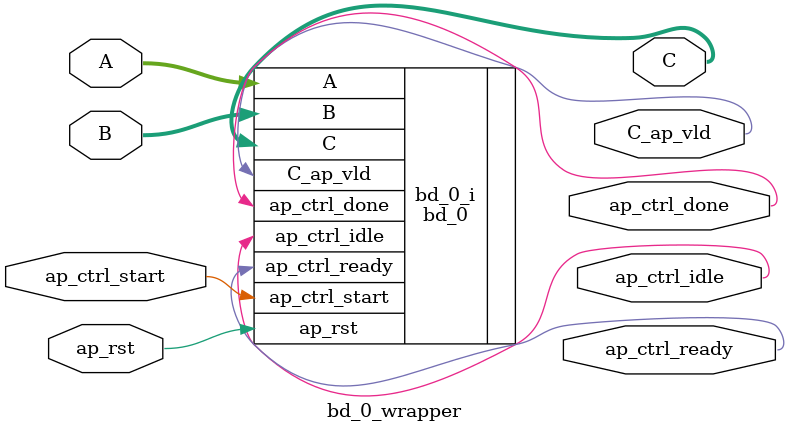
<source format=v>
`timescale 1 ps / 1 ps

module bd_0_wrapper
   (A,
    B,
    C,
    C_ap_vld,
    ap_ctrl_done,
    ap_ctrl_idle,
    ap_ctrl_ready,
    ap_ctrl_start,
    ap_rst);
  input [6:0]A;
  input [6:0]B;
  output [7:0]C;
  output C_ap_vld;
  output ap_ctrl_done;
  output ap_ctrl_idle;
  output ap_ctrl_ready;
  input ap_ctrl_start;
  input ap_rst;

  wire [6:0]A;
  wire [6:0]B;
  wire [7:0]C;
  wire C_ap_vld;
  wire ap_ctrl_done;
  wire ap_ctrl_idle;
  wire ap_ctrl_ready;
  wire ap_ctrl_start;
  wire ap_rst;

  bd_0 bd_0_i
       (.A(A),
        .B(B),
        .C(C),
        .C_ap_vld(C_ap_vld),
        .ap_ctrl_done(ap_ctrl_done),
        .ap_ctrl_idle(ap_ctrl_idle),
        .ap_ctrl_ready(ap_ctrl_ready),
        .ap_ctrl_start(ap_ctrl_start),
        .ap_rst(ap_rst));
endmodule

</source>
